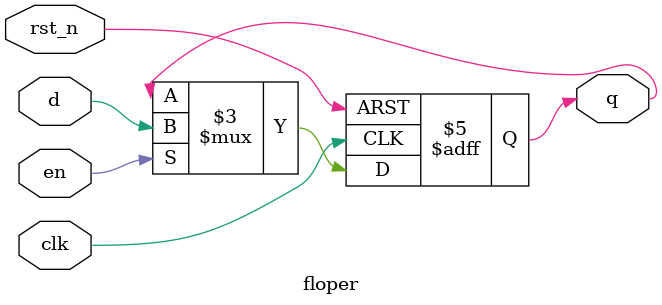
<source format=sv>
module floper #(
    parameter  WIDTH   = 1,
    parameter  RST_VAL = WIDTH'(0)
)(
    input  logic              clk,
    input  logic              rst_n,
    input  logic              en,
    input  logic [WIDTH-1:0]  d,
    output logic [WIDTH-1:0]  q
);

    always_ff @(posedge clk or negedge rst_n) begin
        if (~rst_n)  q <= RST_VAL;
        else if (en) q <= d;
    end

endmodule

</source>
